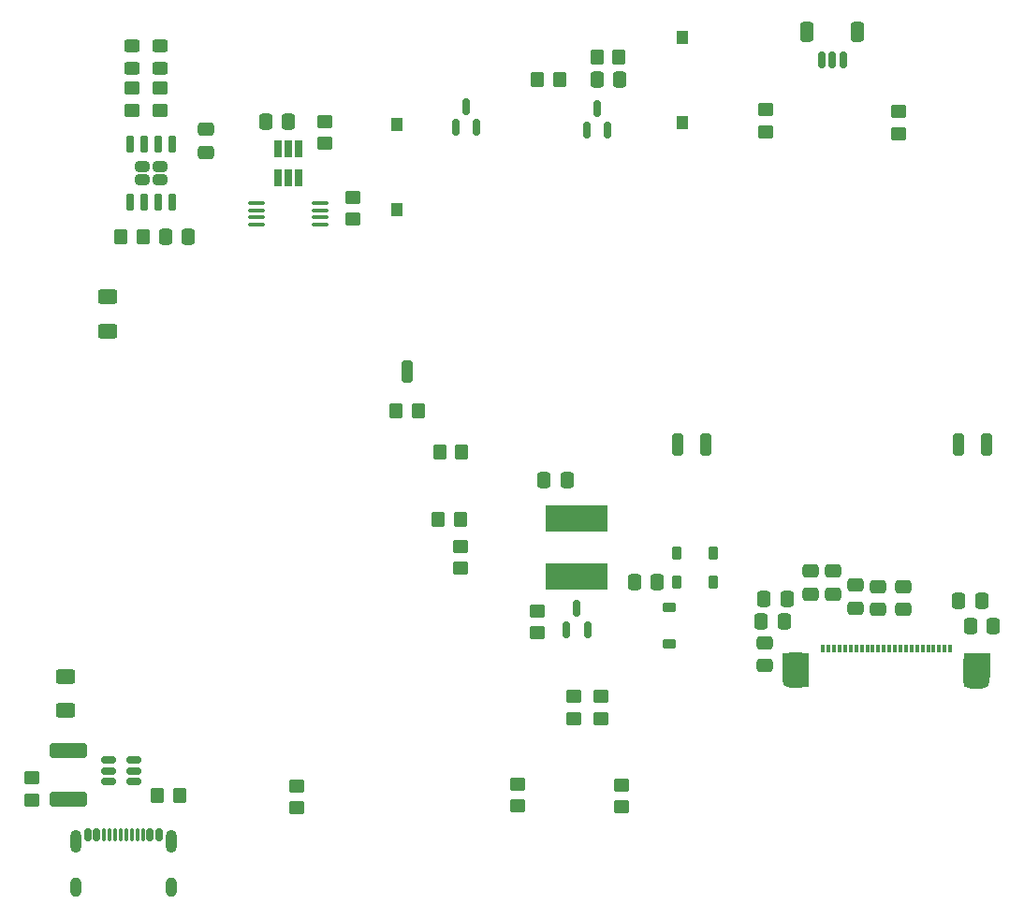
<source format=gtp>
G04 #@! TF.GenerationSoftware,KiCad,Pcbnew,7.0.8*
G04 #@! TF.CreationDate,2023-12-17T13:49:59+01:00*
G04 #@! TF.ProjectId,ePaper_timetable,65506170-6572-45f7-9469-6d657461626c,rev?*
G04 #@! TF.SameCoordinates,Original*
G04 #@! TF.FileFunction,Paste,Top*
G04 #@! TF.FilePolarity,Positive*
%FSLAX46Y46*%
G04 Gerber Fmt 4.6, Leading zero omitted, Abs format (unit mm)*
G04 Created by KiCad (PCBNEW 7.0.8) date 2023-12-17 13:49:59*
%MOMM*%
%LPD*%
G01*
G04 APERTURE LIST*
G04 Aperture macros list*
%AMRoundRect*
0 Rectangle with rounded corners*
0 $1 Rounding radius*
0 $2 $3 $4 $5 $6 $7 $8 $9 X,Y pos of 4 corners*
0 Add a 4 corners polygon primitive as box body*
4,1,4,$2,$3,$4,$5,$6,$7,$8,$9,$2,$3,0*
0 Add four circle primitives for the rounded corners*
1,1,$1+$1,$2,$3*
1,1,$1+$1,$4,$5*
1,1,$1+$1,$6,$7*
1,1,$1+$1,$8,$9*
0 Add four rect primitives between the rounded corners*
20,1,$1+$1,$2,$3,$4,$5,0*
20,1,$1+$1,$4,$5,$6,$7,0*
20,1,$1+$1,$6,$7,$8,$9,0*
20,1,$1+$1,$8,$9,$2,$3,0*%
G04 Aperture macros list end*
%ADD10RoundRect,0.250000X-0.337500X-0.475000X0.337500X-0.475000X0.337500X0.475000X-0.337500X0.475000X0*%
%ADD11RoundRect,0.250000X-0.250000X-0.750000X0.250000X-0.750000X0.250000X0.750000X-0.250000X0.750000X0*%
%ADD12RoundRect,0.250000X-0.450000X0.350000X-0.450000X-0.350000X0.450000X-0.350000X0.450000X0.350000X0*%
%ADD13RoundRect,0.250000X0.450000X-0.325000X0.450000X0.325000X-0.450000X0.325000X-0.450000X-0.325000X0*%
%ADD14RoundRect,0.225000X0.375000X-0.225000X0.375000X0.225000X-0.375000X0.225000X-0.375000X-0.225000X0*%
%ADD15RoundRect,0.250000X-0.475000X0.337500X-0.475000X-0.337500X0.475000X-0.337500X0.475000X0.337500X0*%
%ADD16RoundRect,0.250000X0.337500X0.475000X-0.337500X0.475000X-0.337500X-0.475000X0.337500X-0.475000X0*%
%ADD17R,0.300000X0.800000*%
%ADD18RoundRect,0.599500X-0.599500X-0.978500X0.599500X-0.978500X0.599500X0.978500X-0.599500X0.978500X0*%
%ADD19RoundRect,0.225000X0.225000X0.375000X-0.225000X0.375000X-0.225000X-0.375000X0.225000X-0.375000X0*%
%ADD20RoundRect,0.250000X0.450000X-0.350000X0.450000X0.350000X-0.450000X0.350000X-0.450000X-0.350000X0*%
%ADD21R,5.700000X2.410000*%
%ADD22RoundRect,0.150000X0.150000X-0.587500X0.150000X0.587500X-0.150000X0.587500X-0.150000X-0.587500X0*%
%ADD23R,1.000000X1.250000*%
%ADD24RoundRect,0.250000X-0.350000X-0.450000X0.350000X-0.450000X0.350000X0.450000X-0.350000X0.450000X0*%
%ADD25RoundRect,0.250000X0.475000X-0.337500X0.475000X0.337500X-0.475000X0.337500X-0.475000X-0.337500X0*%
%ADD26RoundRect,0.250000X0.625000X-0.400000X0.625000X0.400000X-0.625000X0.400000X-0.625000X-0.400000X0*%
%ADD27RoundRect,0.150000X-0.150000X-0.625000X0.150000X-0.625000X0.150000X0.625000X-0.150000X0.625000X0*%
%ADD28RoundRect,0.250000X-0.350000X-0.650000X0.350000X-0.650000X0.350000X0.650000X-0.350000X0.650000X0*%
%ADD29RoundRect,0.150000X-0.150000X-0.425000X0.150000X-0.425000X0.150000X0.425000X-0.150000X0.425000X0*%
%ADD30RoundRect,0.075000X-0.075000X-0.500000X0.075000X-0.500000X0.075000X0.500000X-0.075000X0.500000X0*%
%ADD31O,1.000000X2.100000*%
%ADD32O,1.000000X1.800000*%
%ADD33RoundRect,0.225000X-0.225000X-0.375000X0.225000X-0.375000X0.225000X0.375000X-0.225000X0.375000X0*%
%ADD34RoundRect,0.250000X1.450000X-0.400000X1.450000X0.400000X-1.450000X0.400000X-1.450000X-0.400000X0*%
%ADD35RoundRect,0.150000X0.512500X0.150000X-0.512500X0.150000X-0.512500X-0.150000X0.512500X-0.150000X0*%
%ADD36R,0.650000X1.560000*%
%ADD37RoundRect,0.250000X0.350000X0.450000X-0.350000X0.450000X-0.350000X-0.450000X0.350000X-0.450000X0*%
%ADD38RoundRect,0.100000X0.637500X0.100000X-0.637500X0.100000X-0.637500X-0.100000X0.637500X-0.100000X0*%
%ADD39RoundRect,0.242500X0.402500X-0.242500X0.402500X0.242500X-0.402500X0.242500X-0.402500X-0.242500X0*%
%ADD40RoundRect,0.150000X0.150000X-0.650000X0.150000X0.650000X-0.150000X0.650000X-0.150000X-0.650000X0*%
G04 APERTURE END LIST*
G36*
X143941537Y-140610000D02*
G01*
X142641537Y-140610000D01*
X142641537Y-139760000D01*
X141541537Y-139760000D01*
X141541537Y-137560000D01*
X143941537Y-137560000D01*
X143941537Y-140610000D01*
G37*
G36*
X160341537Y-139760000D02*
G01*
X159241537Y-139760000D01*
X159241537Y-140610000D01*
X157941537Y-140610000D01*
X157941537Y-137560000D01*
X160341537Y-137560000D01*
X160341537Y-139760000D01*
G37*
D10*
X139871037Y-132715000D03*
X141946037Y-132715000D03*
D11*
X160020000Y-118745000D03*
D12*
X82691750Y-86448000D03*
X82691750Y-88448000D03*
X140030200Y-88433400D03*
X140030200Y-90433400D03*
D13*
X85231750Y-84679000D03*
X85231750Y-82629000D03*
D14*
X131318000Y-136778000D03*
X131318000Y-133478000D03*
D15*
X144083537Y-130153500D03*
X144083537Y-132228500D03*
D16*
X130218000Y-131191000D03*
X128143000Y-131191000D03*
D17*
X156703537Y-137160000D03*
X156203537Y-137160000D03*
X155703537Y-137160000D03*
X155203537Y-137160000D03*
X154703537Y-137160000D03*
X154203537Y-137160000D03*
X153703537Y-137160000D03*
X153203537Y-137160000D03*
X152703537Y-137160000D03*
X152203537Y-137160000D03*
X151703537Y-137160000D03*
X151203537Y-137160000D03*
X150703537Y-137160000D03*
X150203537Y-137160000D03*
X149703537Y-137160000D03*
X149203537Y-137160000D03*
X148703537Y-137160000D03*
X148203537Y-137160000D03*
X147703537Y-137160000D03*
X147203537Y-137160000D03*
X146703537Y-137160000D03*
X146203537Y-137160000D03*
X145703537Y-137160000D03*
X145203537Y-137160000D03*
D18*
X142742537Y-139138000D03*
X159069537Y-139192000D03*
D12*
X97586800Y-149571200D03*
X97586800Y-151571200D03*
D13*
X82691750Y-84679000D03*
X82691750Y-82629000D03*
D10*
X85718250Y-99910000D03*
X87793250Y-99910000D03*
D19*
X135254000Y-128524000D03*
X131954000Y-128524000D03*
D11*
X107543600Y-112064800D03*
D20*
X119380000Y-135747000D03*
X119380000Y-133747000D03*
D21*
X122936000Y-125411000D03*
X122936000Y-130621000D03*
D22*
X121986000Y-135430500D03*
X123886000Y-135430500D03*
X122936000Y-133555500D03*
D23*
X132435600Y-89614200D03*
X132435600Y-81864200D03*
D12*
X100137000Y-89471000D03*
X100137000Y-91471000D03*
D24*
X110506000Y-119380000D03*
X112506000Y-119380000D03*
D11*
X134620000Y-118745000D03*
D15*
X152465537Y-131550500D03*
X152465537Y-133625500D03*
D10*
X119972000Y-121920000D03*
X122047000Y-121920000D03*
D25*
X139892537Y-138705500D03*
X139892537Y-136630500D03*
D11*
X157480000Y-118745000D03*
D12*
X112395000Y-127921000D03*
X112395000Y-129921000D03*
D22*
X123799600Y-90220800D03*
X125699600Y-90220800D03*
X124749600Y-88345800D03*
D12*
X152044400Y-88601800D03*
X152044400Y-90601800D03*
D24*
X106569000Y-115697000D03*
X108569000Y-115697000D03*
D26*
X80518000Y-108458000D03*
X80518000Y-105358000D03*
D24*
X124730000Y-83616800D03*
X126730000Y-83616800D03*
D11*
X132080000Y-118745000D03*
D15*
X150179537Y-131550500D03*
X150179537Y-133625500D03*
D12*
X85231750Y-86464000D03*
X85231750Y-88464000D03*
X102677000Y-96329000D03*
X102677000Y-98329000D03*
D27*
X145050000Y-83875000D03*
X146050000Y-83875000D03*
X147050000Y-83875000D03*
D28*
X143750000Y-81350000D03*
X148350000Y-81350000D03*
D23*
X106680000Y-89718800D03*
X106680000Y-97468800D03*
D10*
X94781500Y-89455000D03*
X96856500Y-89455000D03*
X139617037Y-134747000D03*
X141692037Y-134747000D03*
D15*
X148147537Y-131423500D03*
X148147537Y-133498500D03*
D16*
X126818300Y-85699600D03*
X124743300Y-85699600D03*
D15*
X146115537Y-130153500D03*
X146115537Y-132228500D03*
D25*
X89342000Y-92270500D03*
X89342000Y-90195500D03*
D29*
X78715000Y-153995000D03*
X79515000Y-153995000D03*
D30*
X80665000Y-153995000D03*
X81665000Y-153995000D03*
X82165000Y-153995000D03*
X83165000Y-153995000D03*
D29*
X84315000Y-153995000D03*
X85115000Y-153995000D03*
X85115000Y-153995000D03*
X84315000Y-153995000D03*
D30*
X83665000Y-153995000D03*
X82665000Y-153995000D03*
X81165000Y-153995000D03*
X80165000Y-153995000D03*
D29*
X79515000Y-153995000D03*
X78715000Y-153995000D03*
D31*
X77595000Y-154570000D03*
D32*
X77595000Y-158750000D03*
D31*
X86235000Y-154570000D03*
D32*
X86235000Y-158750000D03*
D24*
X119345200Y-85674200D03*
X121345200Y-85674200D03*
D33*
X131954000Y-131191000D03*
X135254000Y-131191000D03*
D12*
X125095000Y-141512000D03*
X125095000Y-143512000D03*
D24*
X84979000Y-150495000D03*
X86979000Y-150495000D03*
D34*
X76962000Y-150815000D03*
X76962000Y-146365000D03*
D35*
X82829500Y-149162000D03*
X82829500Y-148212000D03*
X82829500Y-147262000D03*
X80554500Y-147262000D03*
X80554500Y-148212000D03*
X80554500Y-149162000D03*
D16*
X159533500Y-132842000D03*
X157458500Y-132842000D03*
D36*
X95885000Y-94615000D03*
X96835000Y-94615000D03*
X97785000Y-94615000D03*
X97785000Y-91915000D03*
X96835000Y-91915000D03*
X95885000Y-91915000D03*
D37*
X112379000Y-125476000D03*
X110379000Y-125476000D03*
D38*
X99697500Y-98812000D03*
X99697500Y-98162000D03*
X99697500Y-97512000D03*
X99697500Y-96862000D03*
X93972500Y-96862000D03*
X93972500Y-97512000D03*
X93972500Y-98162000D03*
X93972500Y-98812000D03*
D26*
X76708000Y-142774000D03*
X76708000Y-139674000D03*
D12*
X73660000Y-148860000D03*
X73660000Y-150860000D03*
D39*
X83631750Y-94760000D03*
X85231750Y-94760000D03*
X83631750Y-93560000D03*
X85231750Y-93560000D03*
D40*
X82526750Y-96810000D03*
X83796750Y-96810000D03*
X85066750Y-96810000D03*
X86336750Y-96810000D03*
X86336750Y-91510000D03*
X85066750Y-91510000D03*
X83796750Y-91510000D03*
X82526750Y-91510000D03*
D12*
X117551200Y-149418800D03*
X117551200Y-151418800D03*
D20*
X122682000Y-143512000D03*
X122682000Y-141512000D03*
D37*
X83691750Y-99910000D03*
X81691750Y-99910000D03*
D12*
X127000000Y-149495000D03*
X127000000Y-151495000D03*
D22*
X111949000Y-89992000D03*
X113849000Y-89992000D03*
X112899000Y-88117000D03*
D16*
X160615037Y-135128000D03*
X158540037Y-135128000D03*
M02*

</source>
